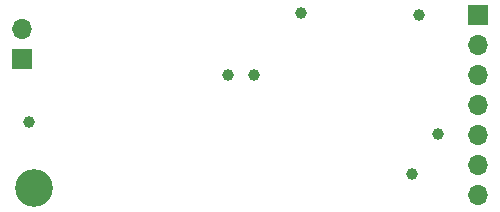
<source format=gbr>
%TF.GenerationSoftware,KiCad,Pcbnew,8.0.7*%
%TF.CreationDate,2025-01-02T14:00:47+01:00*%
%TF.ProjectId,av-to-minitel,61762d74-6f2d-46d6-996e-6974656c2e6b,v0.1*%
%TF.SameCoordinates,Original*%
%TF.FileFunction,Soldermask,Bot*%
%TF.FilePolarity,Negative*%
%FSLAX46Y46*%
G04 Gerber Fmt 4.6, Leading zero omitted, Abs format (unit mm)*
G04 Created by KiCad (PCBNEW 8.0.7) date 2025-01-02 14:00:47*
%MOMM*%
%LPD*%
G01*
G04 APERTURE LIST*
%ADD10C,1.000000*%
%ADD11R,1.700000X1.700000*%
%ADD12O,1.700000X1.700000*%
%ADD13C,3.200000*%
G04 APERTURE END LIST*
D10*
%TO.C,TP3*%
X115000000Y-81200000D03*
%TD*%
%TO.C,TP6*%
X130600000Y-86200000D03*
%TD*%
D11*
%TO.C,J2*%
X134025000Y-76175000D03*
D12*
X134025000Y-78715000D03*
X134025000Y-81255000D03*
X134025000Y-83795000D03*
X134025000Y-86335000D03*
X134025000Y-88875000D03*
X134025000Y-91415000D03*
%TD*%
D11*
%TO.C,J1*%
X95375000Y-79875000D03*
D12*
X95375000Y-77335000D03*
%TD*%
D10*
%TO.C,TP1*%
X128400000Y-89600000D03*
%TD*%
D13*
%TO.C,REF\u002A\u002A*%
X96400000Y-90800000D03*
%TD*%
D10*
%TO.C,TP5*%
X129000000Y-76175000D03*
%TD*%
%TO.C,TP2*%
X119000000Y-76000000D03*
%TD*%
%TO.C,TP7*%
X96000000Y-85200000D03*
%TD*%
%TO.C,TP4*%
X112800000Y-81200000D03*
%TD*%
M02*

</source>
